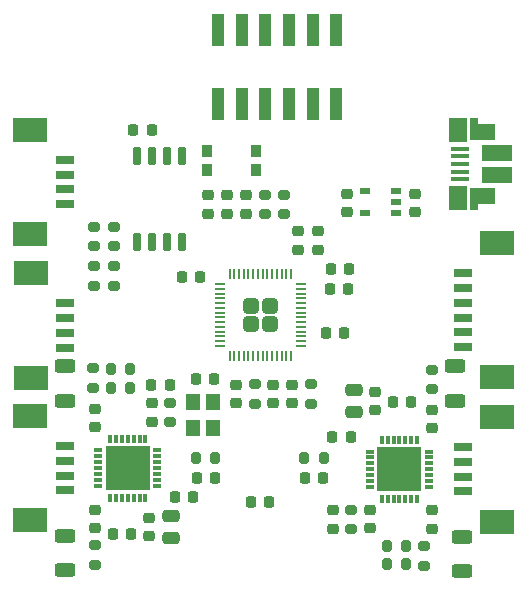
<source format=gbr>
%TF.GenerationSoftware,KiCad,Pcbnew,8.0.2*%
%TF.CreationDate,2024-08-07T22:56:44+12:00*%
%TF.ProjectId,FYP_P2_2,4659505f-5032-45f3-922e-6b696361645f,rev?*%
%TF.SameCoordinates,Original*%
%TF.FileFunction,Paste,Top*%
%TF.FilePolarity,Positive*%
%FSLAX46Y46*%
G04 Gerber Fmt 4.6, Leading zero omitted, Abs format (unit mm)*
G04 Created by KiCad (PCBNEW 8.0.2) date 2024-08-07 22:56:44*
%MOMM*%
%LPD*%
G01*
G04 APERTURE LIST*
G04 Aperture macros list*
%AMRoundRect*
0 Rectangle with rounded corners*
0 $1 Rounding radius*
0 $2 $3 $4 $5 $6 $7 $8 $9 X,Y pos of 4 corners*
0 Add a 4 corners polygon primitive as box body*
4,1,4,$2,$3,$4,$5,$6,$7,$8,$9,$2,$3,0*
0 Add four circle primitives for the rounded corners*
1,1,$1+$1,$2,$3*
1,1,$1+$1,$4,$5*
1,1,$1+$1,$6,$7*
1,1,$1+$1,$8,$9*
0 Add four rect primitives between the rounded corners*
20,1,$1+$1,$2,$3,$4,$5,0*
20,1,$1+$1,$4,$5,$6,$7,0*
20,1,$1+$1,$6,$7,$8,$9,0*
20,1,$1+$1,$8,$9,$2,$3,0*%
G04 Aperture macros list end*
%ADD10R,0.952500X0.508000*%
%ADD11R,1.600000X0.800000*%
%ADD12R,3.000000X2.100000*%
%ADD13R,1.200000X1.400000*%
%ADD14RoundRect,0.150000X0.150000X-0.650000X0.150000X0.650000X-0.150000X0.650000X-0.150000X-0.650000X0*%
%ADD15RoundRect,0.200000X-0.275000X0.200000X-0.275000X-0.200000X0.275000X-0.200000X0.275000X0.200000X0*%
%ADD16RoundRect,0.225000X0.250000X-0.225000X0.250000X0.225000X-0.250000X0.225000X-0.250000X-0.225000X0*%
%ADD17RoundRect,0.225000X0.225000X0.250000X-0.225000X0.250000X-0.225000X-0.250000X0.225000X-0.250000X0*%
%ADD18RoundRect,0.225000X-0.225000X-0.250000X0.225000X-0.250000X0.225000X0.250000X-0.225000X0.250000X0*%
%ADD19RoundRect,0.200000X0.275000X-0.200000X0.275000X0.200000X-0.275000X0.200000X-0.275000X-0.200000X0*%
%ADD20RoundRect,0.250000X0.625000X-0.312500X0.625000X0.312500X-0.625000X0.312500X-0.625000X-0.312500X0*%
%ADD21RoundRect,0.225000X-0.250000X0.225000X-0.250000X-0.225000X0.250000X-0.225000X0.250000X0.225000X0*%
%ADD22R,0.300000X0.800000*%
%ADD23R,0.800000X0.300000*%
%ADD24R,3.800000X3.800000*%
%ADD25RoundRect,0.218750X-0.218750X-0.256250X0.218750X-0.256250X0.218750X0.256250X-0.218750X0.256250X0*%
%ADD26RoundRect,0.250000X0.475000X-0.250000X0.475000X0.250000X-0.475000X0.250000X-0.475000X-0.250000X0*%
%ADD27RoundRect,0.250000X-0.625000X0.312500X-0.625000X-0.312500X0.625000X-0.312500X0.625000X0.312500X0*%
%ADD28RoundRect,0.200000X0.200000X0.275000X-0.200000X0.275000X-0.200000X-0.275000X0.200000X-0.275000X0*%
%ADD29R,1.650000X0.400000*%
%ADD30R,0.700000X1.825000*%
%ADD31R,1.500000X2.000000*%
%ADD32R,2.000000X1.350000*%
%ADD33R,2.500000X1.430000*%
%ADD34RoundRect,0.218750X-0.256250X0.218750X-0.256250X-0.218750X0.256250X-0.218750X0.256250X0.218750X0*%
%ADD35RoundRect,0.218750X0.218750X0.256250X-0.218750X0.256250X-0.218750X-0.256250X0.218750X-0.256250X0*%
%ADD36RoundRect,0.249999X-0.395001X-0.395001X0.395001X-0.395001X0.395001X0.395001X-0.395001X0.395001X0*%
%ADD37RoundRect,0.050000X-0.387500X-0.050000X0.387500X-0.050000X0.387500X0.050000X-0.387500X0.050000X0*%
%ADD38RoundRect,0.050000X-0.050000X-0.387500X0.050000X-0.387500X0.050000X0.387500X-0.050000X0.387500X0*%
%ADD39R,0.900000X1.000000*%
%ADD40RoundRect,0.200000X-0.200000X-0.275000X0.200000X-0.275000X0.200000X0.275000X-0.200000X0.275000X0*%
%ADD41RoundRect,0.250000X-0.475000X0.250000X-0.475000X-0.250000X0.475000X-0.250000X0.475000X0.250000X0*%
%ADD42R,1.000000X2.750000*%
G04 APERTURE END LIST*
D10*
%TO.C,U4*%
X130877700Y-85925002D03*
X130877700Y-84975001D03*
X130877700Y-84025000D03*
X128325000Y-84025000D03*
X128325000Y-85925002D03*
%TD*%
D11*
%TO.C,J7*%
X136550000Y-97250000D03*
X136550000Y-96000000D03*
X136550000Y-94750000D03*
X136550000Y-93500000D03*
X136550000Y-92250000D03*
X136550000Y-91000000D03*
D12*
X139450000Y-99800000D03*
X139450000Y-88450000D03*
%TD*%
D13*
%TO.C,Y1*%
X115400000Y-104125000D03*
X115400000Y-101925000D03*
X113700000Y-101925000D03*
X113700000Y-104125000D03*
%TD*%
D14*
%TO.C,U3*%
X108950000Y-88310000D03*
X110220000Y-88310000D03*
X111490000Y-88310000D03*
X112760000Y-88310000D03*
X112760000Y-81110000D03*
X111490000Y-81110000D03*
X110220000Y-81110000D03*
X108950000Y-81110000D03*
%TD*%
D15*
%TO.C,R3*%
X107040000Y-90400000D03*
X107040000Y-92050000D03*
%TD*%
D16*
%TO.C,C21*%
X133990000Y-104127500D03*
X133990000Y-102577500D03*
%TD*%
D17*
%TO.C,C23*%
X127070000Y-104845000D03*
X125520000Y-104845000D03*
%TD*%
D18*
%TO.C,C31*%
X118650000Y-110350000D03*
X120200000Y-110350000D03*
%TD*%
D19*
%TO.C,R22*%
X105260000Y-100700000D03*
X105260000Y-99050000D03*
%TD*%
D20*
%TO.C,R27*%
X102900000Y-116137500D03*
X102900000Y-113212500D03*
%TD*%
D11*
%TO.C,J15*%
X102860000Y-81400000D03*
X102860000Y-82650000D03*
X102860000Y-83900000D03*
X102860000Y-85150000D03*
D12*
X99960000Y-78850000D03*
X99960000Y-87700000D03*
%TD*%
D21*
%TO.C,C28*%
X105425000Y-111000000D03*
X105425000Y-112550000D03*
%TD*%
D19*
%TO.C,R8*%
X107040000Y-88715000D03*
X107040000Y-87065000D03*
%TD*%
D18*
%TO.C,C3*%
X125000000Y-96050000D03*
X126550000Y-96050000D03*
%TD*%
D21*
%TO.C,C13*%
X117350000Y-100425000D03*
X117350000Y-101975000D03*
%TD*%
D22*
%TO.C,IC1*%
X132705000Y-105090000D03*
X132205000Y-105090000D03*
X131705000Y-105090000D03*
X131205000Y-105090000D03*
X130705000Y-105090000D03*
X130205000Y-105090000D03*
X129705000Y-105090000D03*
D23*
X128705000Y-106090000D03*
X128705000Y-106590000D03*
X128705000Y-107090000D03*
X128705000Y-107590000D03*
X128705000Y-108090000D03*
X128705000Y-108590000D03*
X128705000Y-109090000D03*
D22*
X129705000Y-110090000D03*
X130205000Y-110090000D03*
X130705000Y-110090000D03*
X131205000Y-110090000D03*
X131705000Y-110090000D03*
X132205000Y-110090000D03*
X132705000Y-110090000D03*
D23*
X133705000Y-109090000D03*
X133705000Y-108590000D03*
X133705000Y-108090000D03*
X133705000Y-107590000D03*
X133705000Y-107090000D03*
X133705000Y-106590000D03*
X133705000Y-106090000D03*
D24*
X131205000Y-107590000D03*
%TD*%
D15*
%TO.C,R15*%
X133270000Y-114110000D03*
X133270000Y-115760000D03*
%TD*%
D19*
%TO.C,R16*%
X133990000Y-100835000D03*
X133990000Y-99185000D03*
%TD*%
D25*
%TO.C,D4*%
X114032500Y-108300000D03*
X115607500Y-108300000D03*
%TD*%
D21*
%TO.C,C5*%
X120535000Y-100425000D03*
X120535000Y-101975000D03*
%TD*%
%TO.C,C15*%
X132525000Y-84250000D03*
X132525000Y-85800000D03*
%TD*%
D17*
%TO.C,C14*%
X115545000Y-99990000D03*
X113995000Y-99990000D03*
%TD*%
D11*
%TO.C,J9*%
X102850000Y-105620000D03*
X102850000Y-106870000D03*
X102850000Y-108120000D03*
X102850000Y-109370000D03*
D12*
X99950000Y-103070000D03*
X99950000Y-111920000D03*
%TD*%
D11*
%TO.C,J14*%
X136550000Y-109465000D03*
X136550000Y-108215000D03*
X136550000Y-106965000D03*
X136550000Y-105715000D03*
D12*
X139450000Y-112015000D03*
X139450000Y-103165000D03*
%TD*%
D26*
%TO.C,C27*%
X111825000Y-113450000D03*
X111825000Y-111550000D03*
%TD*%
D27*
%TO.C,R28*%
X102900000Y-98887500D03*
X102900000Y-101812500D03*
%TD*%
D21*
%TO.C,C17*%
X126725000Y-84250000D03*
X126725000Y-85800000D03*
%TD*%
D18*
%TO.C,C4*%
X125325000Y-92350000D03*
X126875000Y-92350000D03*
%TD*%
D19*
%TO.C,R20*%
X111800000Y-103622500D03*
X111800000Y-101972500D03*
%TD*%
D16*
%TO.C,C8*%
X124350000Y-89000000D03*
X124350000Y-87450000D03*
%TD*%
%TO.C,C25*%
X105425000Y-104000000D03*
X105425000Y-102450000D03*
%TD*%
D18*
%TO.C,C1*%
X125400000Y-90600000D03*
X126950000Y-90600000D03*
%TD*%
D15*
%TO.C,R9*%
X105310000Y-87060000D03*
X105310000Y-88710000D03*
%TD*%
D19*
%TO.C,R11*%
X121400000Y-86000000D03*
X121400000Y-84350000D03*
%TD*%
D16*
%TO.C,C7*%
X118200000Y-85950000D03*
X118200000Y-84400000D03*
%TD*%
%TO.C,C24*%
X110250000Y-103572500D03*
X110250000Y-102022500D03*
%TD*%
%TO.C,C2*%
X116600000Y-85950000D03*
X116600000Y-84400000D03*
%TD*%
D28*
%TO.C,R25*%
X108400000Y-100675000D03*
X106750000Y-100675000D03*
%TD*%
D18*
%TO.C,C30*%
X112165000Y-109950000D03*
X113715000Y-109950000D03*
%TD*%
D11*
%TO.C,J5*%
X102880000Y-93540000D03*
X102880000Y-94790000D03*
X102880000Y-96040000D03*
X102880000Y-97290000D03*
D12*
X99980000Y-90990000D03*
X99980000Y-99840000D03*
%TD*%
D22*
%TO.C,IC2*%
X106700000Y-110000000D03*
X107200000Y-110000000D03*
X107700000Y-110000000D03*
X108200000Y-110000000D03*
X108700000Y-110000000D03*
X109200000Y-110000000D03*
X109700000Y-110000000D03*
D23*
X110700000Y-109000000D03*
X110700000Y-108500000D03*
X110700000Y-108000000D03*
X110700000Y-107500000D03*
X110700000Y-107000000D03*
X110700000Y-106500000D03*
X110700000Y-106000000D03*
D22*
X109700000Y-105000000D03*
X109200000Y-105000000D03*
X108700000Y-105000000D03*
X108200000Y-105000000D03*
X107700000Y-105000000D03*
X107200000Y-105000000D03*
X106700000Y-105000000D03*
D23*
X105700000Y-106000000D03*
X105700000Y-106500000D03*
X105700000Y-107000000D03*
X105700000Y-107500000D03*
X105700000Y-108000000D03*
X105700000Y-108500000D03*
X105700000Y-109000000D03*
D24*
X108200000Y-107500000D03*
%TD*%
D29*
%TO.C,J12*%
X136300000Y-83045000D03*
X136300000Y-82395000D03*
X136300000Y-81745000D03*
X136300000Y-81095000D03*
X136300000Y-80445000D03*
D30*
X137500000Y-84695000D03*
D31*
X136200000Y-84595000D03*
D32*
X138250000Y-84475000D03*
D33*
X139450000Y-82705000D03*
X139450000Y-80785000D03*
D32*
X138250000Y-78995000D03*
D31*
X136180000Y-78845000D03*
D30*
X137500000Y-78745000D03*
%TD*%
D17*
%TO.C,C6*%
X114310000Y-91284841D03*
X112760000Y-91284841D03*
%TD*%
D34*
%TO.C,D1*%
X125575000Y-111037500D03*
X125575000Y-112612500D03*
%TD*%
D35*
%TO.C,D2*%
X124775000Y-108300000D03*
X123200000Y-108300000D03*
%TD*%
D15*
%TO.C,R12*%
X119800000Y-84350000D03*
X119800000Y-86000000D03*
%TD*%
D36*
%TO.C,U2*%
X118625000Y-93730000D03*
X118625000Y-95330000D03*
X120225000Y-93730000D03*
X120225000Y-95330000D03*
D37*
X115987500Y-91930000D03*
X115987500Y-92330000D03*
X115987500Y-92730000D03*
X115987500Y-93130000D03*
X115987500Y-93530000D03*
X115987500Y-93930000D03*
X115987500Y-94330000D03*
X115987500Y-94730000D03*
X115987500Y-95130000D03*
X115987500Y-95530000D03*
X115987500Y-95930000D03*
X115987500Y-96330000D03*
X115987500Y-96730000D03*
X115987500Y-97130000D03*
D38*
X116825000Y-97967500D03*
X117225000Y-97967500D03*
X117625000Y-97967500D03*
X118025000Y-97967500D03*
X118425000Y-97967500D03*
X118825000Y-97967500D03*
X119225000Y-97967500D03*
X119625000Y-97967500D03*
X120025000Y-97967500D03*
X120425000Y-97967500D03*
X120825000Y-97967500D03*
X121225000Y-97967500D03*
X121625000Y-97967500D03*
X122025000Y-97967500D03*
D37*
X122862500Y-97130000D03*
X122862500Y-96730000D03*
X122862500Y-96330000D03*
X122862500Y-95930000D03*
X122862500Y-95530000D03*
X122862500Y-95130000D03*
X122862500Y-94730000D03*
X122862500Y-94330000D03*
X122862500Y-93930000D03*
X122862500Y-93530000D03*
X122862500Y-93130000D03*
X122862500Y-92730000D03*
X122862500Y-92330000D03*
X122862500Y-91930000D03*
D38*
X122025000Y-91092500D03*
X121625000Y-91092500D03*
X121225000Y-91092500D03*
X120825000Y-91092500D03*
X120425000Y-91092500D03*
X120025000Y-91092500D03*
X119625000Y-91092500D03*
X119225000Y-91092500D03*
X118825000Y-91092500D03*
X118425000Y-91092500D03*
X118025000Y-91092500D03*
X117625000Y-91092500D03*
X117225000Y-91092500D03*
X116825000Y-91092500D03*
%TD*%
D18*
%TO.C,C12*%
X108685000Y-78850000D03*
X110235000Y-78850000D03*
%TD*%
D21*
%TO.C,C18*%
X133990000Y-111065000D03*
X133990000Y-112615000D03*
%TD*%
D15*
%TO.C,R23*%
X105425000Y-114025000D03*
X105425000Y-115675000D03*
%TD*%
D28*
%TO.C,R26*%
X115625000Y-106655000D03*
X113975000Y-106655000D03*
%TD*%
D15*
%TO.C,R14*%
X123720000Y-100375000D03*
X123720000Y-102025000D03*
%TD*%
%TO.C,R5*%
X105310000Y-90400000D03*
X105310000Y-92050000D03*
%TD*%
D39*
%TO.C,SW1*%
X114950000Y-80675000D03*
X119050000Y-80675000D03*
X114950000Y-82275000D03*
X119050000Y-82275000D03*
%TD*%
D27*
%TO.C,R29*%
X135950000Y-98887500D03*
X135950000Y-101812500D03*
%TD*%
D40*
%TO.C,R19*%
X123162500Y-106655000D03*
X124812500Y-106655000D03*
%TD*%
D21*
%TO.C,C16*%
X128675000Y-111050000D03*
X128675000Y-112600000D03*
%TD*%
D17*
%TO.C,C26*%
X108475000Y-113100000D03*
X106925000Y-113100000D03*
%TD*%
D16*
%TO.C,C11*%
X122600000Y-89000000D03*
X122600000Y-87450000D03*
%TD*%
D41*
%TO.C,C20*%
X127400000Y-100875000D03*
X127400000Y-102775000D03*
%TD*%
D19*
%TO.C,R10*%
X118942500Y-102025000D03*
X118942500Y-100375000D03*
%TD*%
D20*
%TO.C,R1*%
X136500000Y-116225000D03*
X136500000Y-113300000D03*
%TD*%
D15*
%TO.C,R13*%
X127125000Y-111000000D03*
X127125000Y-112650000D03*
%TD*%
D21*
%TO.C,C10*%
X122127500Y-100425000D03*
X122127500Y-101975000D03*
%TD*%
D16*
%TO.C,C9*%
X115000000Y-85950000D03*
X115000000Y-84400000D03*
%TD*%
D40*
%TO.C,R17*%
X130115000Y-115640000D03*
X131765000Y-115640000D03*
%TD*%
D42*
%TO.C,J2*%
X115850000Y-70375000D03*
X115850000Y-76625000D03*
X117850000Y-70375000D03*
X117850000Y-76625000D03*
X119850000Y-70375000D03*
X119850000Y-76625000D03*
X121850000Y-70375000D03*
X121850000Y-76625000D03*
X123850000Y-70375000D03*
X123850000Y-76625000D03*
X125850000Y-70375000D03*
X125850000Y-76625000D03*
%TD*%
D18*
%TO.C,C19*%
X130675000Y-101900000D03*
X132225000Y-101900000D03*
%TD*%
D21*
%TO.C,C22*%
X129175000Y-101050000D03*
X129175000Y-102600000D03*
%TD*%
D40*
%TO.C,R24*%
X106750000Y-99125000D03*
X108400000Y-99125000D03*
%TD*%
D16*
%TO.C,C29*%
X110000000Y-113275000D03*
X110000000Y-111725000D03*
%TD*%
D25*
%TO.C,D3*%
X110212500Y-100450000D03*
X111787500Y-100450000D03*
%TD*%
D28*
%TO.C,R18*%
X131765000Y-114100000D03*
X130115000Y-114100000D03*
%TD*%
M02*

</source>
